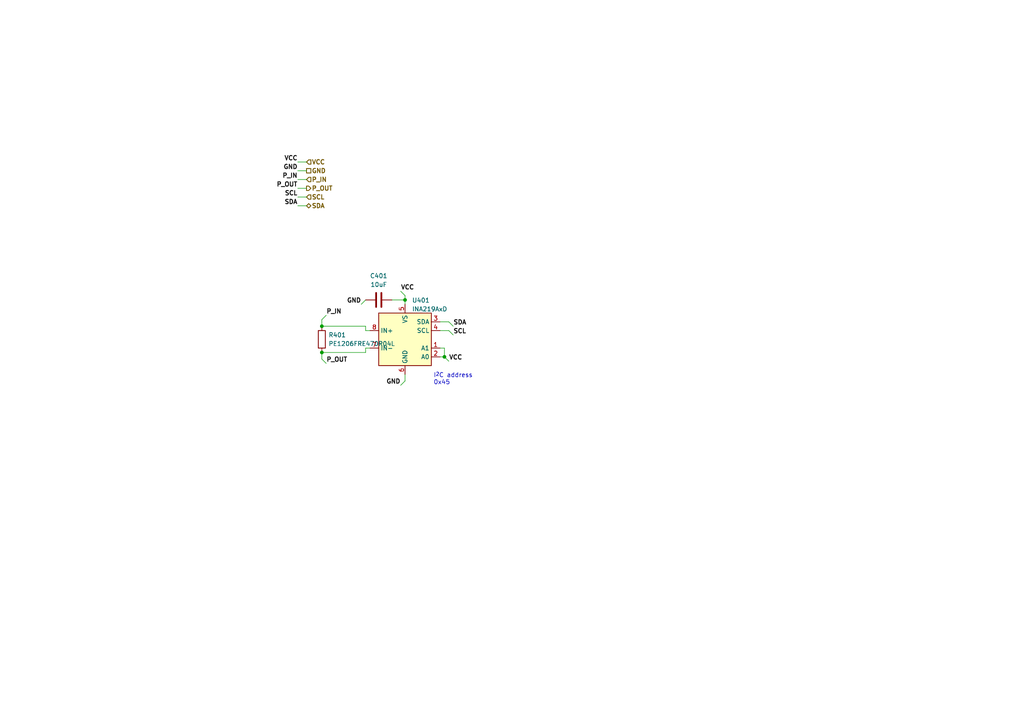
<source format=kicad_sch>
(kicad_sch (version 20211123) (generator eeschema)
  (paper "A4")
  (title_block (title "Power Unit - CanSat 2023") (date "2023-01-19") (rev "2023") (company "Project SkyFall") (comment 1 "David Haisman"))
  (lib_symbols
    (symbol "Analog_ADC:INA219AxD"
      (property "Reference" "U" (at -6.35 8.89 0))
      (property "Value" "INA219AxD" (at 5.08 8.89 0))
      (symbol "INA219AxD_0_1"
        (rectangle (start -7.62 7.62) (end 7.62 -7.62) (stroke (width 0.254)) (fill (type background)))
      )
      (symbol "INA219AxD_1_1"
        (pin input line (at 10.16 -2.54 180) (length 2.54) (name "A1") (number "1"))
        (pin input line (at 10.16 -5.08 180) (length 2.54) (name "A0") (number "2"))
        (pin bidirectional line (at 10.16 5.08 180) (length 2.54) (name "SDA") (number "3"))
        (pin input line (at 10.16 2.54 180) (length 2.54) (name "SCL") (number "4"))
        (pin power_in line (at 0 10.16 270) (length 2.54) (name "VS") (number "5"))
        (pin power_in line (at 0 -10.16 90) (length 2.54) (name "GND") (number "6"))
        (pin input line (at -10.16 -2.54 0) (length 2.54) (name "IN-") (number "7"))
        (pin input line (at -10.16 2.54 0) (length 2.54) (name "IN+") (number "8"))
      )
    )
    (symbol "Device:C" (pin_numbers hide) (pin_names (offset 0.254))
      (property "Reference" "C" (at 0.635 2.54 0))
      (property "Value" "C" (at 0.635 -2.54 0))
      (symbol "C_0_1"
        (polyline (pts (xy -2.032 -0.762) (xy 2.032 -0.762)) (stroke (width 0.508)))
        (polyline (pts (xy -2.032 0.762) (xy 2.032 0.762)) (stroke (width 0.508)))
      )
      (symbol "C_1_1"
        (pin passive line (at 0 3.81 270) (length 2.794) (name "~") (number "1"))
        (pin passive line (at 0 -3.81 90) (length 2.794) (name "~") (number "2"))
      )
    )
    (symbol "Device:R" (pin_numbers hide) (pin_names (offset 0))
      (property "Reference" "R" (at 2.032 0 90))
      (property "Value" "R" (at 0 0 90))
      (symbol "R_0_1"
        (rectangle (start -1.016 -2.54) (end 1.016 2.54) (stroke (width 0.254)))
      )
      (symbol "R_1_1"
        (pin passive line (at 0 3.81 270) (length 1.27) (name "~") (number "1"))
        (pin passive line (at 0 -3.81 90) (length 1.27) (name "~") (number "2"))
      )
    )
  )
  (junction (at 93.345 102.235))
  (junction (at 93.345 94.615))
  (junction (at 128.905 103.505))
  (junction (at 117.475 86.995))
  (wire (pts (xy 130.175 93.345) (xy 131.445 94.615)))
  (wire (pts (xy 127.635 95.885) (xy 130.175 95.885)))
  (wire (pts (xy 93.345 102.235) (xy 106.045 102.235)))
  (wire (pts (xy 113.665 86.995) (xy 117.475 86.995)))
  (wire (pts (xy 130.175 95.885) (xy 131.445 97.155)))
  (wire (pts (xy 128.905 100.965) (xy 128.905 103.505)))
  (wire (pts (xy 128.905 103.505) (xy 130.175 104.775)))
  (wire (pts (xy 117.475 108.585) (xy 117.475 110.49)))
  (wire (pts (xy 117.475 110.49) (xy 116.205 111.76)))
  (wire (pts (xy 127.635 93.345) (xy 130.175 93.345)))
  (wire (pts (xy 117.475 85.725) (xy 116.205 84.455)))
  (wire (pts (xy 107.315 100.965) (xy 106.045 100.965)))
  (wire (pts (xy 106.045 100.965) (xy 106.045 102.235)))
  (wire (pts (xy 88.9 54.61) (xy 86.36 54.61)))
  (wire (pts (xy 88.9 59.69) (xy 86.36 59.69)))
  (wire (pts (xy 93.345 94.615) (xy 93.345 92.71)))
  (wire (pts (xy 117.475 86.995) (xy 117.475 85.725)))
  (wire (pts (xy 86.36 52.07) (xy 88.9 52.07)))
  (wire (pts (xy 106.045 95.885) (xy 107.315 95.885)))
  (wire (pts (xy 127.635 100.965) (xy 128.905 100.965)))
  (wire (pts (xy 93.345 102.235) (xy 93.345 104.14)))
  (wire (pts (xy 106.045 86.995) (xy 104.775 88.265)))
  (wire (pts (xy 93.345 92.71) (xy 94.615 91.44)))
  (wire (pts (xy 117.475 88.265) (xy 117.475 86.995)))
  (wire (pts (xy 86.36 57.15) (xy 88.9 57.15)))
  (wire (pts (xy 88.9 49.53) (xy 86.36 49.53)))
  (wire (pts (xy 93.345 94.615) (xy 106.045 94.615)))
  (wire (pts (xy 128.905 103.505) (xy 127.635 103.505)))
  (wire (pts (xy 106.045 94.615) (xy 106.045 95.885)))
  (wire (pts (xy 86.36 46.99) (xy 88.9 46.99)))
  (wire (pts (xy 93.345 104.14) (xy 94.615 105.41)))
  (text "I^{2}C address\n0x45" (at 125.73 111.76 0) (effects (font (size 1.27 1.27)) (justify left bottom)))
  (label "GND" (at 104.775 88.265 180) (effects (font (thickness 0.254) bold)))
  (label "GND" (at 86.36 49.53 180) (effects (font (thickness 0.254) bold)))
  (label "SCL" (at 131.445 97.155 0) (effects (font (thickness 0.254) bold)))
  (label "SDA" (at 86.36 59.69 180) (effects (font (thickness 0.254) bold)))
  (label "VCC" (at 130.175 104.775 0) (effects (font (thickness 0.254) bold)))
  (label "GND" (at 116.205 111.76 180) (effects (font (thickness 0.254) bold)))
  (label "SCL" (at 86.36 57.15 180) (effects (font (thickness 0.254) bold)))
  (label "VCC" (at 116.205 84.455 0) (effects (font (thickness 0.254) bold)))
  (label "SDA" (at 131.445 94.615 0) (effects (font (thickness 0.254) bold)))
  (label "P_OUT" (at 94.615 105.41 0) (effects (font (thickness 0.254) bold)))
  (label "VCC" (at 86.36 46.99 180) (effects (font (thickness 0.254) bold)))
  (label "P_IN" (at 94.615 91.44 0) (effects (font (thickness 0.254) bold)))
  (label "P_IN" (at 86.36 52.07 180) (effects (font (thickness 0.254) bold)))
  (label "P_OUT" (at 86.36 54.61 180) (effects (font (thickness 0.254) bold)))
  (hierarchical_label "P_IN" (shape input) (at 88.9 52.07 0) (effects (font bold)))
  (hierarchical_label "VCC" (shape input) (at 88.9 46.99 0) (effects (font bold)))
  (hierarchical_label "SDA" (shape bidirectional) (at 88.9 59.69 0) (effects (font (thickness 0.254) bold)))
  (hierarchical_label "SCL" (shape input) (at 88.9 57.15 0) (effects (font (thickness 0.254) bold)))
  (hierarchical_label "P_OUT" (shape output) (at 88.9 54.61 0) (effects (font bold)))
  (hierarchical_label "GND" (shape passive) (at 88.9 49.53 0) (effects (font bold)))
  (symbol (lib_id "Device:R") (at 93.345 98.425 0) (unit 1)
    (property "Reference" "R401" (at 95.25 97.1549 0) (effects (justify left)))
    (property "Value" "PE1206FRE470R04L" (at 95.25 99.6949 0) (effects (justify left)))
    (property "Footprint" "CanSat_2023:R_1206_Current" (effects hide))
  )
  (symbol (lib_id "Analog_ADC:INA219AxD") (at 117.475 98.425 0) (unit 1)
    (property "Reference" "U401" (at 119.4944 87.1052 0) (effects (justify left)))
    (property "Value" "INA219AxD" (at 119.4944 89.6421 0) (effects (justify left)))
    (property "Footprint" "CanSat_2023:SOIC-8_3.9x4.9mm_P1.27mm" (effects hide))
    (property "Datasheet" "http://www.ti.com/lit/ds/symlink/ina219.pdf" (effects hide))
  )
  (symbol (lib_id "Device:C") (at 109.855 86.995 90) (unit 1)
    (property "Reference" "C401" (at 109.855 80.01 90))
    (property "Value" "10uF" (at 109.855 82.55 90))
    (property "Footprint" "CanSat_2023:C_0805_2012Metric" (effects hide))
  )
)
</source>
